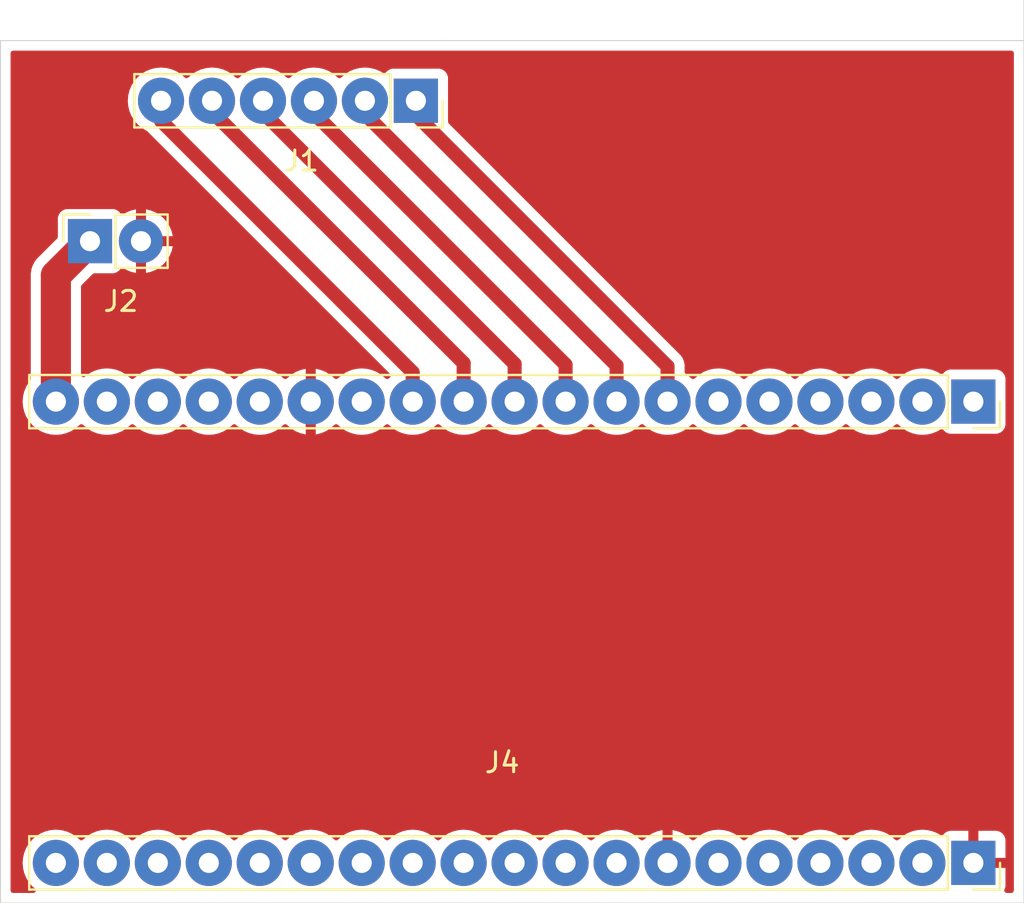
<source format=kicad_pcb>
(kicad_pcb (version 20240108) (generator "pcbnew") (generator_version "8.0")
  (layers (0 "F.Cu" signal) (31 "B.Cu" signal) (34 "B.Paste" user) (35 "F.Paste" user) (36 "B.SilkS" user "B.Silkscreen") (37 "F.SilkS" user "F.Silkscreen") (38 "B.Mask" user) (39 "F.Mask" user) (44 "Edge.Cuts" user))
  (net 0 "")
  (net 1 "IN4")
  (net 2 "ENA")
  (net 3 "IN2")
  (net 4 "ENB")
  (net 5 "IN1")
  (net 6 "IN3")
  (net 7 "GND")
  (net 8 "5V")
  (footprint "Connector_PinSocket_2.54mm:PinSocket_1x06_P2.54mm_Vertical" (layer "F.Cu") (at 130.7 65 -90)
    (property "Reference" "J1" (at 3 5.7 180) (layer "F.SilkS"))
    (property "Value" "Conn_01x06")
    (fp_line (start -1.33 14.03) (end 1.33 14.03) (stroke (width 0.12)) (layer "F.SilkS"))
    (fp_line (start -1.33 1.27) (end -1.33 14.03) (stroke (width 0.12)) (layer "F.SilkS"))
    (fp_line (start -1.33 1.27) (end 1.33 1.27) (stroke (width 0.12)) (layer "F.SilkS"))
    (fp_line (start 1.33 1.27) (end 1.33 14.03) (stroke (width 0.12)) (layer "F.SilkS"))
    (fp_line (start 0 -1.33) (end 1.33 -1.33) (stroke (width 0.12)) (layer "F.SilkS"))
    (fp_line (start 1.33 -1.33) (end 1.33 0) (stroke (width 0.12)) (layer "F.SilkS"))
    (pad "1" thru_hole rect (at 0 0 270) (size 2.2 2.2) (drill 1) (layers "*.Cu" "*.Mask") (net 2 "ENA"))
    (pad "2" thru_hole oval (at 0 2.54 270) (size 2.3 2.3) (drill 1) (layers "*.Cu" "*.Mask") (net 5 "IN1"))
    (pad "3" thru_hole oval (at 0 5.08 270) (size 2.3 2.3) (drill 1) (layers "*.Cu" "*.Mask") (net 3 "IN2"))
    (pad "4" thru_hole oval (at 0 7.62 270) (size 2.3 2.3) (drill 1) (layers "*.Cu" "*.Mask") (net 6 "IN3"))
    (pad "5" thru_hole oval (at 0 10.16 270) (size 2.3 2.3) (drill 1) (layers "*.Cu" "*.Mask") (net 1 "IN4"))
    (pad "6" thru_hole oval (at 0 12.7 270) (size 2.3 2.3) (drill 1) (layers "*.Cu" "*.Mask") (net 4 "ENB"))
  )
  (footprint "Connector_PinSocket_2.54mm:PinSocket_1x19_P2.54mm_Vertical" (layer "F.Cu") (at 158.48 80 -90)
    (property "Reference" "J3" (hide yes))
    (property "Value" "Conn_01x19")
    (fp_line (start -1.33 47.05) (end 1.33 47.05) (stroke (width 0.12)) (layer "F.SilkS"))
    (fp_line (start -1.33 1.27) (end -1.33 47.05) (stroke (width 0.12)) (layer "F.SilkS"))
    (fp_line (start -1.33 1.27) (end 1.33 1.27) (stroke (width 0.12)) (layer "F.SilkS"))
    (fp_line (start 1.33 1.27) (end 1.33 47.05) (stroke (width 0.12)) (layer "F.SilkS"))
    (fp_line (start 0 -1.33) (end 1.33 -1.33) (stroke (width 0.12)) (layer "F.SilkS"))
    (fp_line (start 1.33 -1.33) (end 1.33 0) (stroke (width 0.12)) (layer "F.SilkS"))
    (pad "1" thru_hole rect (at 0 0 270) (size 2.2 2.2) (drill 1) (layers "*.Cu" "*.Mask"))
    (pad "2" thru_hole oval (at 0 2.54 270) (size 2.3 2.3) (drill 1) (layers "*.Cu" "*.Mask"))
    (pad "3" thru_hole oval (at 0 5.08 270) (size 2.3 2.3) (drill 1) (layers "*.Cu" "*.Mask"))
    (pad "4" thru_hole oval (at 0 7.62 270) (size 2.3 2.3) (drill 1) (layers "*.Cu" "*.Mask"))
    (pad "5" thru_hole oval (at 0 10.16 270) (size 2.3 2.3) (drill 1) (layers "*.Cu" "*.Mask"))
    (pad "6" thru_hole oval (at 0 12.7 270) (size 2.3 2.3) (drill 1) (layers "*.Cu" "*.Mask"))
    (pad "7" thru_hole oval (at 0 15.24 270) (size 2.3 2.3) (drill 1) (layers "*.Cu" "*.Mask") (net 2 "ENA"))
    (pad "8" thru_hole oval (at 0 17.78 270) (size 2.3 2.3) (drill 1) (layers "*.Cu" "*.Mask") (net 5 "IN1"))
    (pad "9" thru_hole oval (at 0 20.32 270) (size 2.3 2.3) (drill 1) (layers "*.Cu" "*.Mask") (net 3 "IN2"))
    (pad "10" thru_hole oval (at 0 22.86 270) (size 2.3 2.3) (drill 1) (layers "*.Cu" "*.Mask") (net 6 "IN3"))
    (pad "11" thru_hole oval (at 0 25.4 270) (size 2.3 2.3) (drill 1) (layers "*.Cu" "*.Mask") (net 1 "IN4"))
    (pad "12" thru_hole oval (at 0 27.94 270) (size 2.3 2.3) (drill 1) (layers "*.Cu" "*.Mask") (net 4 "ENB"))
    (pad "13" thru_hole oval (at 0 30.48 270) (size 2.3 2.3) (drill 1) (layers "*.Cu" "*.Mask"))
    (pad "14" thru_hole oval (at 0 33.02 270) (size 2.3 2.3) (drill 1) (layers "*.Cu" "*.Mask") (net 7 "GND"))
    (pad "15" thru_hole oval (at 0 35.56 270) (size 2.3 2.3) (drill 1) (layers "*.Cu" "*.Mask"))
    (pad "16" thru_hole oval (at 0 38.1 270) (size 2.3 2.3) (drill 1) (layers "*.Cu" "*.Mask"))
    (pad "17" thru_hole oval (at 0 40.64 270) (size 2.3 2.3) (drill 1) (layers "*.Cu" "*.Mask"))
    (pad "18" thru_hole oval (at 0 43.18 270) (size 2.3 2.3) (drill 1) (layers "*.Cu" "*.Mask"))
    (pad "19" thru_hole oval (at 0 45.72 270) (size 2.3 2.3) (drill 1) (layers "*.Cu" "*.Mask") (net 8 "5V"))
  )
  (footprint "Connector_PinSocket_2.54mm:PinSocket_1x19_P2.54mm_Vertical" (layer "F.Cu") (at 158.48 103 -90)
    (property "Reference" "J4" (at -5 23.48 0) (layer "F.SilkS"))
    (property "Value" "Conn_01x19")
    (fp_line (start -1.33 47.05) (end 1.33 47.05) (stroke (width 0.12)) (layer "F.SilkS"))
    (fp_line (start -1.33 1.27) (end -1.33 47.05) (stroke (width 0.12)) (layer "F.SilkS"))
    (fp_line (start -1.33 1.27) (end 1.33 1.27) (stroke (width 0.12)) (layer "F.SilkS"))
    (fp_line (start 1.33 1.27) (end 1.33 47.05) (stroke (width 0.12)) (layer "F.SilkS"))
    (fp_line (start 0 -1.33) (end 1.33 -1.33) (stroke (width 0.12)) (layer "F.SilkS"))
    (fp_line (start 1.33 -1.33) (end 1.33 0) (stroke (width 0.12)) (layer "F.SilkS"))
    (pad "1" thru_hole rect (at 0 0 270) (size 2.2 2.2) (drill 1) (layers "*.Cu" "*.Mask") (net 7 "GND"))
    (pad "2" thru_hole oval (at 0 2.54 270) (size 2.3 2.3) (drill 1) (layers "*.Cu" "*.Mask"))
    (pad "3" thru_hole oval (at 0 5.08 270) (size 2.3 2.3) (drill 1) (layers "*.Cu" "*.Mask"))
    (pad "4" thru_hole oval (at 0 7.62 270) (size 2.3 2.3) (drill 1) (layers "*.Cu" "*.Mask"))
    (pad "5" thru_hole oval (at 0 10.16 270) (size 2.3 2.3) (drill 1) (layers "*.Cu" "*.Mask"))
    (pad "6" thru_hole oval (at 0 12.7 270) (size 2.3 2.3) (drill 1) (layers "*.Cu" "*.Mask"))
    (pad "7" thru_hole oval (at 0 15.24 270) (size 2.3 2.3) (drill 1) (layers "*.Cu" "*.Mask") (net 7 "GND"))
    (pad "8" thru_hole oval (at 0 17.78 270) (size 2.3 2.3) (drill 1) (layers "*.Cu" "*.Mask"))
    (pad "9" thru_hole oval (at 0 20.32 270) (size 2.3 2.3) (drill 1) (layers "*.Cu" "*.Mask"))
    (pad "10" thru_hole oval (at 0 22.86 270) (size 2.3 2.3) (drill 1) (layers "*.Cu" "*.Mask"))
    (pad "11" thru_hole oval (at 0 25.4 270) (size 2.3 2.3) (drill 1) (layers "*.Cu" "*.Mask"))
    (pad "12" thru_hole oval (at 0 27.94 270) (size 2.3 2.3) (drill 1) (layers "*.Cu" "*.Mask"))
    (pad "13" thru_hole oval (at 0 30.48 270) (size 2.3 2.3) (drill 1) (layers "*.Cu" "*.Mask"))
    (pad "14" thru_hole oval (at 0 33.02 270) (size 2.3 2.3) (drill 1) (layers "*.Cu" "*.Mask"))
    (pad "15" thru_hole oval (at 0 35.56 270) (size 2.3 2.3) (drill 1) (layers "*.Cu" "*.Mask"))
    (pad "16" thru_hole oval (at 0 38.1 270) (size 2.3 2.3) (drill 1) (layers "*.Cu" "*.Mask"))
    (pad "17" thru_hole oval (at 0 40.64 270) (size 2.3 2.3) (drill 1) (layers "*.Cu" "*.Mask"))
    (pad "18" thru_hole oval (at 0 43.18 270) (size 2.3 2.3) (drill 1) (layers "*.Cu" "*.Mask"))
    (pad "19" thru_hole oval (at 0 45.72 270) (size 2.3 2.3) (drill 1) (layers "*.Cu" "*.Mask"))
  )
  (footprint "Connector_PinSocket_2.54mm:PinSocket_1x02_P2.54mm_Vertical" (layer "F.Cu") (at 114.46 72 90)
    (property "Reference" "J2" (at -3 1.54 180) (layer "F.SilkS"))
    (property "Value" "Conn_01x02")
    (fp_line (start 1.33 -1.33) (end 1.33 0) (stroke (width 0.12)) (layer "F.SilkS"))
    (fp_line (start 0 -1.33) (end 1.33 -1.33) (stroke (width 0.12)) (layer "F.SilkS"))
    (fp_line (start 1.33 1.27) (end 1.33 3.87) (stroke (width 0.12)) (layer "F.SilkS"))
    (fp_line (start -1.33 1.27) (end 1.33 1.27) (stroke (width 0.12)) (layer "F.SilkS"))
    (fp_line (start -1.33 1.27) (end -1.33 3.87) (stroke (width 0.12)) (layer "F.SilkS"))
    (fp_line (start -1.33 3.87) (end 1.33 3.87) (stroke (width 0.12)) (layer "F.SilkS"))
    (pad "1" thru_hole rect (at 0 0 90) (size 2.2 2.2) (drill 1) (layers "*.Cu" "*.Mask") (net 8 "5V"))
    (pad "2" thru_hole oval (at 0 2.54 90) (size 2.2 2.2) (drill 1) (layers "*.Cu" "*.Mask") (net 7 "GND"))
  )
  (gr_line (start 161 105) (end 110 105) (stroke (width 0.05)) (layer "Edge.Cuts"))
  (gr_line (start 161 69) (end 161 105) (stroke (width 0.05)) (layer "Edge.Cuts"))
  (gr_line (start 132 62) (end 110 62) (stroke (width 0.05)) (layer "Edge.Cuts"))
  (gr_line (start 161 62) (end 132 62) (stroke (width 0.05)) (layer "Edge.Cuts"))
  (gr_line (start 161 69) (end 161 60) (stroke (width 0.05)) (layer "Edge.Cuts"))
  (gr_line (start 110 62) (end 110 105) (stroke (width 0.05)) (layer "Edge.Cuts"))
  (segment (start 133.08 78.08) (end 120.54 65.54) (width 0.7) (layer "F.Cu") (net 1))
  (segment (start 120.54 65.54) (end 120.54 65) (width 0.7) (layer "F.Cu") (net 1))
  (segment (start 133.08 80) (end 133.08 78.08) (width 0.7) (layer "F.Cu") (net 1))
  (segment (start 130.7 65.7) (end 143.24 78.24) (width 0.7) (layer "F.Cu") (net 2))
  (segment (start 130.7 65) (end 130.7 65.7) (width 0.7) (layer "F.Cu") (net 2))
  (segment (start 143.24 78.24) (end 143.24 80) (width 0.7) (layer "F.Cu") (net 2))
  (segment (start 125.62 65) (end 125.62 65.62) (width 0.7) (layer "F.Cu") (net 3))
  (segment (start 138.16 78.16) (end 138.16 80) (width 0.7) (layer "F.Cu") (net 3))
  (segment (start 125.62 65.62) (end 138.16 78.16) (width 0.7) (layer "F.Cu") (net 3))
  (segment (start 130.54 78.54) (end 118 66) (width 0.7) (layer "F.Cu") (net 4))
  (segment (start 130.54 80) (end 130.54 78.54) (width 0.7) (layer "F.Cu") (net 4))
  (segment (start 118 66) (end 118 65) (width 0.7) (layer "F.Cu") (net 4))
  (segment (start 140.7 78.2) (end 140.7 80) (width 0.7) (layer "F.Cu") (net 5))
  (segment (start 128.16 65) (end 128.16 65.66) (width 0.7) (layer "F.Cu") (net 5))
  (segment (start 128.16 65.66) (end 140.7 78.2) (width 0.7) (layer "F.Cu") (net 5))
  (segment (start 135.62 80) (end 135.62 78.12) (width 0.7) (layer "F.Cu") (net 6))
  (segment (start 123 65.08) (end 123.08 65) (width 0.7) (layer "F.Cu") (net 6))
  (segment (start 135.62 78.12) (end 123 65.5) (width 0.7) (layer "F.Cu") (net 6))
  (segment (start 123 65.5) (end 123 65.08) (width 0.7) (layer "F.Cu") (net 6))
  (segment (start 112.76 73.7) (end 114.46 72) (width 1.5) (layer "F.Cu") (net 8))
  (segment (start 112.76 80) (end 112.76 73.7) (width 1.5) (layer "F.Cu") (net 8))
  (zone (net 7) (net_name "GND") (layer "F.Cu") (connect_pads (clearance 0.5)) (min_thickness 0.25) (fill yes (thermal_gap 0.5) (thermal_bridge_width 0.5))
    (polygon (pts (xy 110 105) (xy 110 62) (xy 132 62) (xy 161 62) (xy 161 69) (xy 161 105)))
  )
)
</source>
